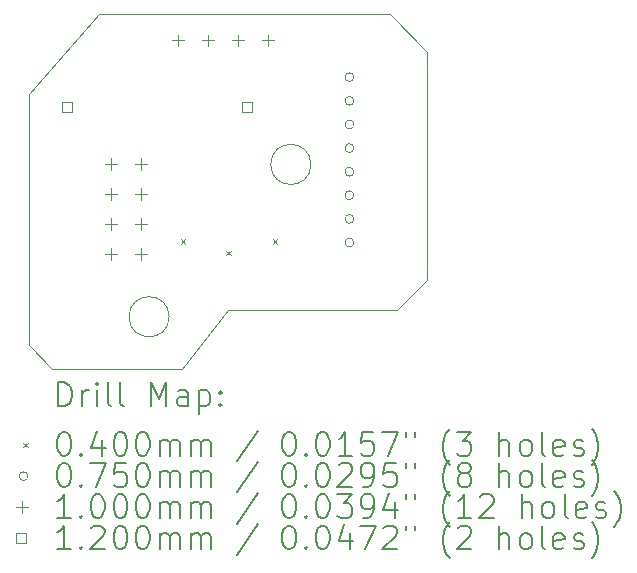
<source format=gbr>
%TF.GenerationSoftware,KiCad,Pcbnew,(6.0.7)*%
%TF.CreationDate,2022-11-20T15:50:45-05:00*%
%TF.ProjectId,CANBurner,43414e42-7572-46e6-9572-2e6b69636164,2.0*%
%TF.SameCoordinates,Original*%
%TF.FileFunction,Drillmap*%
%TF.FilePolarity,Positive*%
%FSLAX45Y45*%
G04 Gerber Fmt 4.5, Leading zero omitted, Abs format (unit mm)*
G04 Created by KiCad (PCBNEW (6.0.7)) date 2022-11-20 15:50:45*
%MOMM*%
%LPD*%
G01*
G04 APERTURE LIST*
%ADD10C,0.100000*%
%ADD11C,0.200000*%
%ADD12C,0.040000*%
%ADD13C,0.075000*%
%ADD14C,0.120000*%
G04 APERTURE END LIST*
D10*
X9497500Y-2013000D02*
X9812000Y-2327500D01*
X7627500Y-4573000D02*
G75*
G03*
X7627500Y-4573000I-170000J0D01*
G01*
X9812000Y-2327500D02*
X9812500Y-4258000D01*
X6637500Y-5013000D02*
X7737500Y-5013000D01*
X9812500Y-4258000D02*
X9557500Y-4513000D01*
X8827500Y-3283000D02*
G75*
G03*
X8827500Y-3283000I-170000J0D01*
G01*
X9557500Y-4513000D02*
X8127500Y-4513000D01*
X6437500Y-4813000D02*
X6437500Y-2683000D01*
X6437500Y-2683000D02*
X7037500Y-2013000D01*
X6637500Y-5013000D02*
X6437500Y-4813000D01*
X7037500Y-2013000D02*
X9497500Y-2013000D01*
X8127500Y-4513000D02*
X7737500Y-5013000D01*
D11*
D12*
X7725997Y-3917000D02*
X7765997Y-3957000D01*
X7765997Y-3917000D02*
X7725997Y-3957000D01*
X8108000Y-4011980D02*
X8148000Y-4051980D01*
X8148000Y-4011980D02*
X8108000Y-4051980D01*
X8505000Y-3915500D02*
X8545000Y-3955500D01*
X8545000Y-3915500D02*
X8505000Y-3955500D01*
D13*
X9191500Y-2544500D02*
G75*
G03*
X9191500Y-2544500I-37500J0D01*
G01*
X9191500Y-2744500D02*
G75*
G03*
X9191500Y-2744500I-37500J0D01*
G01*
X9191500Y-2944500D02*
G75*
G03*
X9191500Y-2944500I-37500J0D01*
G01*
X9191500Y-3144500D02*
G75*
G03*
X9191500Y-3144500I-37500J0D01*
G01*
X9191500Y-3344500D02*
G75*
G03*
X9191500Y-3344500I-37500J0D01*
G01*
X9191500Y-3544500D02*
G75*
G03*
X9191500Y-3544500I-37500J0D01*
G01*
X9191500Y-3744500D02*
G75*
G03*
X9191500Y-3744500I-37500J0D01*
G01*
X9191500Y-3944500D02*
G75*
G03*
X9191500Y-3944500I-37500J0D01*
G01*
D10*
X7134131Y-3232503D02*
X7134131Y-3332503D01*
X7084131Y-3282503D02*
X7184131Y-3282503D01*
X7134131Y-3486503D02*
X7134131Y-3586503D01*
X7084131Y-3536503D02*
X7184131Y-3536503D01*
X7134131Y-3740503D02*
X7134131Y-3840503D01*
X7084131Y-3790503D02*
X7184131Y-3790503D01*
X7134131Y-3994503D02*
X7134131Y-4094503D01*
X7084131Y-4044503D02*
X7184131Y-4044503D01*
X7388131Y-3232503D02*
X7388131Y-3332503D01*
X7338131Y-3282503D02*
X7438131Y-3282503D01*
X7388131Y-3486503D02*
X7388131Y-3586503D01*
X7338131Y-3536503D02*
X7438131Y-3536503D01*
X7388131Y-3740503D02*
X7388131Y-3840503D01*
X7338131Y-3790503D02*
X7438131Y-3790503D01*
X7388131Y-3994503D02*
X7388131Y-4094503D01*
X7338131Y-4044503D02*
X7438131Y-4044503D01*
X7699947Y-2183041D02*
X7699947Y-2283041D01*
X7649947Y-2233041D02*
X7749947Y-2233041D01*
X7953947Y-2183041D02*
X7953947Y-2283041D01*
X7903947Y-2233041D02*
X8003947Y-2233041D01*
X8207947Y-2183041D02*
X8207947Y-2283041D01*
X8157947Y-2233041D02*
X8257947Y-2233041D01*
X8461947Y-2183041D02*
X8461947Y-2283041D01*
X8411947Y-2233041D02*
X8511947Y-2233041D01*
D14*
X6803427Y-2836427D02*
X6803427Y-2751573D01*
X6718573Y-2751573D01*
X6718573Y-2836427D01*
X6803427Y-2836427D01*
X8327427Y-2836427D02*
X8327427Y-2751573D01*
X8242573Y-2751573D01*
X8242573Y-2836427D01*
X8327427Y-2836427D01*
D11*
X6690119Y-5328476D02*
X6690119Y-5128476D01*
X6737738Y-5128476D01*
X6766309Y-5138000D01*
X6785357Y-5157048D01*
X6794881Y-5176095D01*
X6804405Y-5214190D01*
X6804405Y-5242762D01*
X6794881Y-5280857D01*
X6785357Y-5299905D01*
X6766309Y-5318952D01*
X6737738Y-5328476D01*
X6690119Y-5328476D01*
X6890119Y-5328476D02*
X6890119Y-5195143D01*
X6890119Y-5233238D02*
X6899643Y-5214190D01*
X6909167Y-5204667D01*
X6928214Y-5195143D01*
X6947262Y-5195143D01*
X7013928Y-5328476D02*
X7013928Y-5195143D01*
X7013928Y-5128476D02*
X7004405Y-5138000D01*
X7013928Y-5147524D01*
X7023452Y-5138000D01*
X7013928Y-5128476D01*
X7013928Y-5147524D01*
X7137738Y-5328476D02*
X7118690Y-5318952D01*
X7109167Y-5299905D01*
X7109167Y-5128476D01*
X7242500Y-5328476D02*
X7223452Y-5318952D01*
X7213928Y-5299905D01*
X7213928Y-5128476D01*
X7471071Y-5328476D02*
X7471071Y-5128476D01*
X7537738Y-5271333D01*
X7604405Y-5128476D01*
X7604405Y-5328476D01*
X7785357Y-5328476D02*
X7785357Y-5223714D01*
X7775833Y-5204667D01*
X7756786Y-5195143D01*
X7718690Y-5195143D01*
X7699643Y-5204667D01*
X7785357Y-5318952D02*
X7766309Y-5328476D01*
X7718690Y-5328476D01*
X7699643Y-5318952D01*
X7690119Y-5299905D01*
X7690119Y-5280857D01*
X7699643Y-5261810D01*
X7718690Y-5252286D01*
X7766309Y-5252286D01*
X7785357Y-5242762D01*
X7880595Y-5195143D02*
X7880595Y-5395143D01*
X7880595Y-5204667D02*
X7899643Y-5195143D01*
X7937738Y-5195143D01*
X7956786Y-5204667D01*
X7966309Y-5214190D01*
X7975833Y-5233238D01*
X7975833Y-5290381D01*
X7966309Y-5309429D01*
X7956786Y-5318952D01*
X7937738Y-5328476D01*
X7899643Y-5328476D01*
X7880595Y-5318952D01*
X8061548Y-5309429D02*
X8071071Y-5318952D01*
X8061548Y-5328476D01*
X8052024Y-5318952D01*
X8061548Y-5309429D01*
X8061548Y-5328476D01*
X8061548Y-5204667D02*
X8071071Y-5214190D01*
X8061548Y-5223714D01*
X8052024Y-5214190D01*
X8061548Y-5204667D01*
X8061548Y-5223714D01*
D12*
X6392500Y-5638000D02*
X6432500Y-5678000D01*
X6432500Y-5638000D02*
X6392500Y-5678000D01*
D11*
X6728214Y-5548476D02*
X6747262Y-5548476D01*
X6766309Y-5558000D01*
X6775833Y-5567524D01*
X6785357Y-5586571D01*
X6794881Y-5624667D01*
X6794881Y-5672286D01*
X6785357Y-5710381D01*
X6775833Y-5729428D01*
X6766309Y-5738952D01*
X6747262Y-5748476D01*
X6728214Y-5748476D01*
X6709167Y-5738952D01*
X6699643Y-5729428D01*
X6690119Y-5710381D01*
X6680595Y-5672286D01*
X6680595Y-5624667D01*
X6690119Y-5586571D01*
X6699643Y-5567524D01*
X6709167Y-5558000D01*
X6728214Y-5548476D01*
X6880595Y-5729428D02*
X6890119Y-5738952D01*
X6880595Y-5748476D01*
X6871071Y-5738952D01*
X6880595Y-5729428D01*
X6880595Y-5748476D01*
X7061548Y-5615143D02*
X7061548Y-5748476D01*
X7013928Y-5538952D02*
X6966309Y-5681809D01*
X7090119Y-5681809D01*
X7204405Y-5548476D02*
X7223452Y-5548476D01*
X7242500Y-5558000D01*
X7252024Y-5567524D01*
X7261548Y-5586571D01*
X7271071Y-5624667D01*
X7271071Y-5672286D01*
X7261548Y-5710381D01*
X7252024Y-5729428D01*
X7242500Y-5738952D01*
X7223452Y-5748476D01*
X7204405Y-5748476D01*
X7185357Y-5738952D01*
X7175833Y-5729428D01*
X7166309Y-5710381D01*
X7156786Y-5672286D01*
X7156786Y-5624667D01*
X7166309Y-5586571D01*
X7175833Y-5567524D01*
X7185357Y-5558000D01*
X7204405Y-5548476D01*
X7394881Y-5548476D02*
X7413928Y-5548476D01*
X7432976Y-5558000D01*
X7442500Y-5567524D01*
X7452024Y-5586571D01*
X7461548Y-5624667D01*
X7461548Y-5672286D01*
X7452024Y-5710381D01*
X7442500Y-5729428D01*
X7432976Y-5738952D01*
X7413928Y-5748476D01*
X7394881Y-5748476D01*
X7375833Y-5738952D01*
X7366309Y-5729428D01*
X7356786Y-5710381D01*
X7347262Y-5672286D01*
X7347262Y-5624667D01*
X7356786Y-5586571D01*
X7366309Y-5567524D01*
X7375833Y-5558000D01*
X7394881Y-5548476D01*
X7547262Y-5748476D02*
X7547262Y-5615143D01*
X7547262Y-5634190D02*
X7556786Y-5624667D01*
X7575833Y-5615143D01*
X7604405Y-5615143D01*
X7623452Y-5624667D01*
X7632976Y-5643714D01*
X7632976Y-5748476D01*
X7632976Y-5643714D02*
X7642500Y-5624667D01*
X7661548Y-5615143D01*
X7690119Y-5615143D01*
X7709167Y-5624667D01*
X7718690Y-5643714D01*
X7718690Y-5748476D01*
X7813928Y-5748476D02*
X7813928Y-5615143D01*
X7813928Y-5634190D02*
X7823452Y-5624667D01*
X7842500Y-5615143D01*
X7871071Y-5615143D01*
X7890119Y-5624667D01*
X7899643Y-5643714D01*
X7899643Y-5748476D01*
X7899643Y-5643714D02*
X7909167Y-5624667D01*
X7928214Y-5615143D01*
X7956786Y-5615143D01*
X7975833Y-5624667D01*
X7985357Y-5643714D01*
X7985357Y-5748476D01*
X8375833Y-5538952D02*
X8204405Y-5796095D01*
X8632976Y-5548476D02*
X8652024Y-5548476D01*
X8671071Y-5558000D01*
X8680595Y-5567524D01*
X8690119Y-5586571D01*
X8699643Y-5624667D01*
X8699643Y-5672286D01*
X8690119Y-5710381D01*
X8680595Y-5729428D01*
X8671071Y-5738952D01*
X8652024Y-5748476D01*
X8632976Y-5748476D01*
X8613929Y-5738952D01*
X8604405Y-5729428D01*
X8594881Y-5710381D01*
X8585357Y-5672286D01*
X8585357Y-5624667D01*
X8594881Y-5586571D01*
X8604405Y-5567524D01*
X8613929Y-5558000D01*
X8632976Y-5548476D01*
X8785357Y-5729428D02*
X8794881Y-5738952D01*
X8785357Y-5748476D01*
X8775833Y-5738952D01*
X8785357Y-5729428D01*
X8785357Y-5748476D01*
X8918690Y-5548476D02*
X8937738Y-5548476D01*
X8956786Y-5558000D01*
X8966310Y-5567524D01*
X8975833Y-5586571D01*
X8985357Y-5624667D01*
X8985357Y-5672286D01*
X8975833Y-5710381D01*
X8966310Y-5729428D01*
X8956786Y-5738952D01*
X8937738Y-5748476D01*
X8918690Y-5748476D01*
X8899643Y-5738952D01*
X8890119Y-5729428D01*
X8880595Y-5710381D01*
X8871071Y-5672286D01*
X8871071Y-5624667D01*
X8880595Y-5586571D01*
X8890119Y-5567524D01*
X8899643Y-5558000D01*
X8918690Y-5548476D01*
X9175833Y-5748476D02*
X9061548Y-5748476D01*
X9118690Y-5748476D02*
X9118690Y-5548476D01*
X9099643Y-5577048D01*
X9080595Y-5596095D01*
X9061548Y-5605619D01*
X9356786Y-5548476D02*
X9261548Y-5548476D01*
X9252024Y-5643714D01*
X9261548Y-5634190D01*
X9280595Y-5624667D01*
X9328214Y-5624667D01*
X9347262Y-5634190D01*
X9356786Y-5643714D01*
X9366310Y-5662762D01*
X9366310Y-5710381D01*
X9356786Y-5729428D01*
X9347262Y-5738952D01*
X9328214Y-5748476D01*
X9280595Y-5748476D01*
X9261548Y-5738952D01*
X9252024Y-5729428D01*
X9432976Y-5548476D02*
X9566310Y-5548476D01*
X9480595Y-5748476D01*
X9632976Y-5548476D02*
X9632976Y-5586571D01*
X9709167Y-5548476D02*
X9709167Y-5586571D01*
X10004405Y-5824667D02*
X9994881Y-5815143D01*
X9975833Y-5786571D01*
X9966310Y-5767524D01*
X9956786Y-5738952D01*
X9947262Y-5691333D01*
X9947262Y-5653238D01*
X9956786Y-5605619D01*
X9966310Y-5577048D01*
X9975833Y-5558000D01*
X9994881Y-5529429D01*
X10004405Y-5519905D01*
X10061548Y-5548476D02*
X10185357Y-5548476D01*
X10118690Y-5624667D01*
X10147262Y-5624667D01*
X10166310Y-5634190D01*
X10175833Y-5643714D01*
X10185357Y-5662762D01*
X10185357Y-5710381D01*
X10175833Y-5729428D01*
X10166310Y-5738952D01*
X10147262Y-5748476D01*
X10090119Y-5748476D01*
X10071071Y-5738952D01*
X10061548Y-5729428D01*
X10423452Y-5748476D02*
X10423452Y-5548476D01*
X10509167Y-5748476D02*
X10509167Y-5643714D01*
X10499643Y-5624667D01*
X10480595Y-5615143D01*
X10452024Y-5615143D01*
X10432976Y-5624667D01*
X10423452Y-5634190D01*
X10632976Y-5748476D02*
X10613929Y-5738952D01*
X10604405Y-5729428D01*
X10594881Y-5710381D01*
X10594881Y-5653238D01*
X10604405Y-5634190D01*
X10613929Y-5624667D01*
X10632976Y-5615143D01*
X10661548Y-5615143D01*
X10680595Y-5624667D01*
X10690119Y-5634190D01*
X10699643Y-5653238D01*
X10699643Y-5710381D01*
X10690119Y-5729428D01*
X10680595Y-5738952D01*
X10661548Y-5748476D01*
X10632976Y-5748476D01*
X10813929Y-5748476D02*
X10794881Y-5738952D01*
X10785357Y-5719905D01*
X10785357Y-5548476D01*
X10966310Y-5738952D02*
X10947262Y-5748476D01*
X10909167Y-5748476D01*
X10890119Y-5738952D01*
X10880595Y-5719905D01*
X10880595Y-5643714D01*
X10890119Y-5624667D01*
X10909167Y-5615143D01*
X10947262Y-5615143D01*
X10966310Y-5624667D01*
X10975833Y-5643714D01*
X10975833Y-5662762D01*
X10880595Y-5681809D01*
X11052024Y-5738952D02*
X11071071Y-5748476D01*
X11109167Y-5748476D01*
X11128214Y-5738952D01*
X11137738Y-5719905D01*
X11137738Y-5710381D01*
X11128214Y-5691333D01*
X11109167Y-5681809D01*
X11080595Y-5681809D01*
X11061548Y-5672286D01*
X11052024Y-5653238D01*
X11052024Y-5643714D01*
X11061548Y-5624667D01*
X11080595Y-5615143D01*
X11109167Y-5615143D01*
X11128214Y-5624667D01*
X11204405Y-5824667D02*
X11213928Y-5815143D01*
X11232976Y-5786571D01*
X11242500Y-5767524D01*
X11252024Y-5738952D01*
X11261548Y-5691333D01*
X11261548Y-5653238D01*
X11252024Y-5605619D01*
X11242500Y-5577048D01*
X11232976Y-5558000D01*
X11213928Y-5529429D01*
X11204405Y-5519905D01*
D13*
X6432500Y-5922000D02*
G75*
G03*
X6432500Y-5922000I-37500J0D01*
G01*
D11*
X6728214Y-5812476D02*
X6747262Y-5812476D01*
X6766309Y-5822000D01*
X6775833Y-5831524D01*
X6785357Y-5850571D01*
X6794881Y-5888667D01*
X6794881Y-5936286D01*
X6785357Y-5974381D01*
X6775833Y-5993428D01*
X6766309Y-6002952D01*
X6747262Y-6012476D01*
X6728214Y-6012476D01*
X6709167Y-6002952D01*
X6699643Y-5993428D01*
X6690119Y-5974381D01*
X6680595Y-5936286D01*
X6680595Y-5888667D01*
X6690119Y-5850571D01*
X6699643Y-5831524D01*
X6709167Y-5822000D01*
X6728214Y-5812476D01*
X6880595Y-5993428D02*
X6890119Y-6002952D01*
X6880595Y-6012476D01*
X6871071Y-6002952D01*
X6880595Y-5993428D01*
X6880595Y-6012476D01*
X6956786Y-5812476D02*
X7090119Y-5812476D01*
X7004405Y-6012476D01*
X7261548Y-5812476D02*
X7166309Y-5812476D01*
X7156786Y-5907714D01*
X7166309Y-5898190D01*
X7185357Y-5888667D01*
X7232976Y-5888667D01*
X7252024Y-5898190D01*
X7261548Y-5907714D01*
X7271071Y-5926762D01*
X7271071Y-5974381D01*
X7261548Y-5993428D01*
X7252024Y-6002952D01*
X7232976Y-6012476D01*
X7185357Y-6012476D01*
X7166309Y-6002952D01*
X7156786Y-5993428D01*
X7394881Y-5812476D02*
X7413928Y-5812476D01*
X7432976Y-5822000D01*
X7442500Y-5831524D01*
X7452024Y-5850571D01*
X7461548Y-5888667D01*
X7461548Y-5936286D01*
X7452024Y-5974381D01*
X7442500Y-5993428D01*
X7432976Y-6002952D01*
X7413928Y-6012476D01*
X7394881Y-6012476D01*
X7375833Y-6002952D01*
X7366309Y-5993428D01*
X7356786Y-5974381D01*
X7347262Y-5936286D01*
X7347262Y-5888667D01*
X7356786Y-5850571D01*
X7366309Y-5831524D01*
X7375833Y-5822000D01*
X7394881Y-5812476D01*
X7547262Y-6012476D02*
X7547262Y-5879143D01*
X7547262Y-5898190D02*
X7556786Y-5888667D01*
X7575833Y-5879143D01*
X7604405Y-5879143D01*
X7623452Y-5888667D01*
X7632976Y-5907714D01*
X7632976Y-6012476D01*
X7632976Y-5907714D02*
X7642500Y-5888667D01*
X7661548Y-5879143D01*
X7690119Y-5879143D01*
X7709167Y-5888667D01*
X7718690Y-5907714D01*
X7718690Y-6012476D01*
X7813928Y-6012476D02*
X7813928Y-5879143D01*
X7813928Y-5898190D02*
X7823452Y-5888667D01*
X7842500Y-5879143D01*
X7871071Y-5879143D01*
X7890119Y-5888667D01*
X7899643Y-5907714D01*
X7899643Y-6012476D01*
X7899643Y-5907714D02*
X7909167Y-5888667D01*
X7928214Y-5879143D01*
X7956786Y-5879143D01*
X7975833Y-5888667D01*
X7985357Y-5907714D01*
X7985357Y-6012476D01*
X8375833Y-5802952D02*
X8204405Y-6060095D01*
X8632976Y-5812476D02*
X8652024Y-5812476D01*
X8671071Y-5822000D01*
X8680595Y-5831524D01*
X8690119Y-5850571D01*
X8699643Y-5888667D01*
X8699643Y-5936286D01*
X8690119Y-5974381D01*
X8680595Y-5993428D01*
X8671071Y-6002952D01*
X8652024Y-6012476D01*
X8632976Y-6012476D01*
X8613929Y-6002952D01*
X8604405Y-5993428D01*
X8594881Y-5974381D01*
X8585357Y-5936286D01*
X8585357Y-5888667D01*
X8594881Y-5850571D01*
X8604405Y-5831524D01*
X8613929Y-5822000D01*
X8632976Y-5812476D01*
X8785357Y-5993428D02*
X8794881Y-6002952D01*
X8785357Y-6012476D01*
X8775833Y-6002952D01*
X8785357Y-5993428D01*
X8785357Y-6012476D01*
X8918690Y-5812476D02*
X8937738Y-5812476D01*
X8956786Y-5822000D01*
X8966310Y-5831524D01*
X8975833Y-5850571D01*
X8985357Y-5888667D01*
X8985357Y-5936286D01*
X8975833Y-5974381D01*
X8966310Y-5993428D01*
X8956786Y-6002952D01*
X8937738Y-6012476D01*
X8918690Y-6012476D01*
X8899643Y-6002952D01*
X8890119Y-5993428D01*
X8880595Y-5974381D01*
X8871071Y-5936286D01*
X8871071Y-5888667D01*
X8880595Y-5850571D01*
X8890119Y-5831524D01*
X8899643Y-5822000D01*
X8918690Y-5812476D01*
X9061548Y-5831524D02*
X9071071Y-5822000D01*
X9090119Y-5812476D01*
X9137738Y-5812476D01*
X9156786Y-5822000D01*
X9166310Y-5831524D01*
X9175833Y-5850571D01*
X9175833Y-5869619D01*
X9166310Y-5898190D01*
X9052024Y-6012476D01*
X9175833Y-6012476D01*
X9271071Y-6012476D02*
X9309167Y-6012476D01*
X9328214Y-6002952D01*
X9337738Y-5993428D01*
X9356786Y-5964857D01*
X9366310Y-5926762D01*
X9366310Y-5850571D01*
X9356786Y-5831524D01*
X9347262Y-5822000D01*
X9328214Y-5812476D01*
X9290119Y-5812476D01*
X9271071Y-5822000D01*
X9261548Y-5831524D01*
X9252024Y-5850571D01*
X9252024Y-5898190D01*
X9261548Y-5917238D01*
X9271071Y-5926762D01*
X9290119Y-5936286D01*
X9328214Y-5936286D01*
X9347262Y-5926762D01*
X9356786Y-5917238D01*
X9366310Y-5898190D01*
X9547262Y-5812476D02*
X9452024Y-5812476D01*
X9442500Y-5907714D01*
X9452024Y-5898190D01*
X9471071Y-5888667D01*
X9518690Y-5888667D01*
X9537738Y-5898190D01*
X9547262Y-5907714D01*
X9556786Y-5926762D01*
X9556786Y-5974381D01*
X9547262Y-5993428D01*
X9537738Y-6002952D01*
X9518690Y-6012476D01*
X9471071Y-6012476D01*
X9452024Y-6002952D01*
X9442500Y-5993428D01*
X9632976Y-5812476D02*
X9632976Y-5850571D01*
X9709167Y-5812476D02*
X9709167Y-5850571D01*
X10004405Y-6088667D02*
X9994881Y-6079143D01*
X9975833Y-6050571D01*
X9966310Y-6031524D01*
X9956786Y-6002952D01*
X9947262Y-5955333D01*
X9947262Y-5917238D01*
X9956786Y-5869619D01*
X9966310Y-5841048D01*
X9975833Y-5822000D01*
X9994881Y-5793428D01*
X10004405Y-5783905D01*
X10109167Y-5898190D02*
X10090119Y-5888667D01*
X10080595Y-5879143D01*
X10071071Y-5860095D01*
X10071071Y-5850571D01*
X10080595Y-5831524D01*
X10090119Y-5822000D01*
X10109167Y-5812476D01*
X10147262Y-5812476D01*
X10166310Y-5822000D01*
X10175833Y-5831524D01*
X10185357Y-5850571D01*
X10185357Y-5860095D01*
X10175833Y-5879143D01*
X10166310Y-5888667D01*
X10147262Y-5898190D01*
X10109167Y-5898190D01*
X10090119Y-5907714D01*
X10080595Y-5917238D01*
X10071071Y-5936286D01*
X10071071Y-5974381D01*
X10080595Y-5993428D01*
X10090119Y-6002952D01*
X10109167Y-6012476D01*
X10147262Y-6012476D01*
X10166310Y-6002952D01*
X10175833Y-5993428D01*
X10185357Y-5974381D01*
X10185357Y-5936286D01*
X10175833Y-5917238D01*
X10166310Y-5907714D01*
X10147262Y-5898190D01*
X10423452Y-6012476D02*
X10423452Y-5812476D01*
X10509167Y-6012476D02*
X10509167Y-5907714D01*
X10499643Y-5888667D01*
X10480595Y-5879143D01*
X10452024Y-5879143D01*
X10432976Y-5888667D01*
X10423452Y-5898190D01*
X10632976Y-6012476D02*
X10613929Y-6002952D01*
X10604405Y-5993428D01*
X10594881Y-5974381D01*
X10594881Y-5917238D01*
X10604405Y-5898190D01*
X10613929Y-5888667D01*
X10632976Y-5879143D01*
X10661548Y-5879143D01*
X10680595Y-5888667D01*
X10690119Y-5898190D01*
X10699643Y-5917238D01*
X10699643Y-5974381D01*
X10690119Y-5993428D01*
X10680595Y-6002952D01*
X10661548Y-6012476D01*
X10632976Y-6012476D01*
X10813929Y-6012476D02*
X10794881Y-6002952D01*
X10785357Y-5983905D01*
X10785357Y-5812476D01*
X10966310Y-6002952D02*
X10947262Y-6012476D01*
X10909167Y-6012476D01*
X10890119Y-6002952D01*
X10880595Y-5983905D01*
X10880595Y-5907714D01*
X10890119Y-5888667D01*
X10909167Y-5879143D01*
X10947262Y-5879143D01*
X10966310Y-5888667D01*
X10975833Y-5907714D01*
X10975833Y-5926762D01*
X10880595Y-5945809D01*
X11052024Y-6002952D02*
X11071071Y-6012476D01*
X11109167Y-6012476D01*
X11128214Y-6002952D01*
X11137738Y-5983905D01*
X11137738Y-5974381D01*
X11128214Y-5955333D01*
X11109167Y-5945809D01*
X11080595Y-5945809D01*
X11061548Y-5936286D01*
X11052024Y-5917238D01*
X11052024Y-5907714D01*
X11061548Y-5888667D01*
X11080595Y-5879143D01*
X11109167Y-5879143D01*
X11128214Y-5888667D01*
X11204405Y-6088667D02*
X11213928Y-6079143D01*
X11232976Y-6050571D01*
X11242500Y-6031524D01*
X11252024Y-6002952D01*
X11261548Y-5955333D01*
X11261548Y-5917238D01*
X11252024Y-5869619D01*
X11242500Y-5841048D01*
X11232976Y-5822000D01*
X11213928Y-5793428D01*
X11204405Y-5783905D01*
D10*
X6382500Y-6136000D02*
X6382500Y-6236000D01*
X6332500Y-6186000D02*
X6432500Y-6186000D01*
D11*
X6794881Y-6276476D02*
X6680595Y-6276476D01*
X6737738Y-6276476D02*
X6737738Y-6076476D01*
X6718690Y-6105048D01*
X6699643Y-6124095D01*
X6680595Y-6133619D01*
X6880595Y-6257428D02*
X6890119Y-6266952D01*
X6880595Y-6276476D01*
X6871071Y-6266952D01*
X6880595Y-6257428D01*
X6880595Y-6276476D01*
X7013928Y-6076476D02*
X7032976Y-6076476D01*
X7052024Y-6086000D01*
X7061548Y-6095524D01*
X7071071Y-6114571D01*
X7080595Y-6152667D01*
X7080595Y-6200286D01*
X7071071Y-6238381D01*
X7061548Y-6257428D01*
X7052024Y-6266952D01*
X7032976Y-6276476D01*
X7013928Y-6276476D01*
X6994881Y-6266952D01*
X6985357Y-6257428D01*
X6975833Y-6238381D01*
X6966309Y-6200286D01*
X6966309Y-6152667D01*
X6975833Y-6114571D01*
X6985357Y-6095524D01*
X6994881Y-6086000D01*
X7013928Y-6076476D01*
X7204405Y-6076476D02*
X7223452Y-6076476D01*
X7242500Y-6086000D01*
X7252024Y-6095524D01*
X7261548Y-6114571D01*
X7271071Y-6152667D01*
X7271071Y-6200286D01*
X7261548Y-6238381D01*
X7252024Y-6257428D01*
X7242500Y-6266952D01*
X7223452Y-6276476D01*
X7204405Y-6276476D01*
X7185357Y-6266952D01*
X7175833Y-6257428D01*
X7166309Y-6238381D01*
X7156786Y-6200286D01*
X7156786Y-6152667D01*
X7166309Y-6114571D01*
X7175833Y-6095524D01*
X7185357Y-6086000D01*
X7204405Y-6076476D01*
X7394881Y-6076476D02*
X7413928Y-6076476D01*
X7432976Y-6086000D01*
X7442500Y-6095524D01*
X7452024Y-6114571D01*
X7461548Y-6152667D01*
X7461548Y-6200286D01*
X7452024Y-6238381D01*
X7442500Y-6257428D01*
X7432976Y-6266952D01*
X7413928Y-6276476D01*
X7394881Y-6276476D01*
X7375833Y-6266952D01*
X7366309Y-6257428D01*
X7356786Y-6238381D01*
X7347262Y-6200286D01*
X7347262Y-6152667D01*
X7356786Y-6114571D01*
X7366309Y-6095524D01*
X7375833Y-6086000D01*
X7394881Y-6076476D01*
X7547262Y-6276476D02*
X7547262Y-6143143D01*
X7547262Y-6162190D02*
X7556786Y-6152667D01*
X7575833Y-6143143D01*
X7604405Y-6143143D01*
X7623452Y-6152667D01*
X7632976Y-6171714D01*
X7632976Y-6276476D01*
X7632976Y-6171714D02*
X7642500Y-6152667D01*
X7661548Y-6143143D01*
X7690119Y-6143143D01*
X7709167Y-6152667D01*
X7718690Y-6171714D01*
X7718690Y-6276476D01*
X7813928Y-6276476D02*
X7813928Y-6143143D01*
X7813928Y-6162190D02*
X7823452Y-6152667D01*
X7842500Y-6143143D01*
X7871071Y-6143143D01*
X7890119Y-6152667D01*
X7899643Y-6171714D01*
X7899643Y-6276476D01*
X7899643Y-6171714D02*
X7909167Y-6152667D01*
X7928214Y-6143143D01*
X7956786Y-6143143D01*
X7975833Y-6152667D01*
X7985357Y-6171714D01*
X7985357Y-6276476D01*
X8375833Y-6066952D02*
X8204405Y-6324095D01*
X8632976Y-6076476D02*
X8652024Y-6076476D01*
X8671071Y-6086000D01*
X8680595Y-6095524D01*
X8690119Y-6114571D01*
X8699643Y-6152667D01*
X8699643Y-6200286D01*
X8690119Y-6238381D01*
X8680595Y-6257428D01*
X8671071Y-6266952D01*
X8652024Y-6276476D01*
X8632976Y-6276476D01*
X8613929Y-6266952D01*
X8604405Y-6257428D01*
X8594881Y-6238381D01*
X8585357Y-6200286D01*
X8585357Y-6152667D01*
X8594881Y-6114571D01*
X8604405Y-6095524D01*
X8613929Y-6086000D01*
X8632976Y-6076476D01*
X8785357Y-6257428D02*
X8794881Y-6266952D01*
X8785357Y-6276476D01*
X8775833Y-6266952D01*
X8785357Y-6257428D01*
X8785357Y-6276476D01*
X8918690Y-6076476D02*
X8937738Y-6076476D01*
X8956786Y-6086000D01*
X8966310Y-6095524D01*
X8975833Y-6114571D01*
X8985357Y-6152667D01*
X8985357Y-6200286D01*
X8975833Y-6238381D01*
X8966310Y-6257428D01*
X8956786Y-6266952D01*
X8937738Y-6276476D01*
X8918690Y-6276476D01*
X8899643Y-6266952D01*
X8890119Y-6257428D01*
X8880595Y-6238381D01*
X8871071Y-6200286D01*
X8871071Y-6152667D01*
X8880595Y-6114571D01*
X8890119Y-6095524D01*
X8899643Y-6086000D01*
X8918690Y-6076476D01*
X9052024Y-6076476D02*
X9175833Y-6076476D01*
X9109167Y-6152667D01*
X9137738Y-6152667D01*
X9156786Y-6162190D01*
X9166310Y-6171714D01*
X9175833Y-6190762D01*
X9175833Y-6238381D01*
X9166310Y-6257428D01*
X9156786Y-6266952D01*
X9137738Y-6276476D01*
X9080595Y-6276476D01*
X9061548Y-6266952D01*
X9052024Y-6257428D01*
X9271071Y-6276476D02*
X9309167Y-6276476D01*
X9328214Y-6266952D01*
X9337738Y-6257428D01*
X9356786Y-6228857D01*
X9366310Y-6190762D01*
X9366310Y-6114571D01*
X9356786Y-6095524D01*
X9347262Y-6086000D01*
X9328214Y-6076476D01*
X9290119Y-6076476D01*
X9271071Y-6086000D01*
X9261548Y-6095524D01*
X9252024Y-6114571D01*
X9252024Y-6162190D01*
X9261548Y-6181238D01*
X9271071Y-6190762D01*
X9290119Y-6200286D01*
X9328214Y-6200286D01*
X9347262Y-6190762D01*
X9356786Y-6181238D01*
X9366310Y-6162190D01*
X9537738Y-6143143D02*
X9537738Y-6276476D01*
X9490119Y-6066952D02*
X9442500Y-6209809D01*
X9566310Y-6209809D01*
X9632976Y-6076476D02*
X9632976Y-6114571D01*
X9709167Y-6076476D02*
X9709167Y-6114571D01*
X10004405Y-6352667D02*
X9994881Y-6343143D01*
X9975833Y-6314571D01*
X9966310Y-6295524D01*
X9956786Y-6266952D01*
X9947262Y-6219333D01*
X9947262Y-6181238D01*
X9956786Y-6133619D01*
X9966310Y-6105048D01*
X9975833Y-6086000D01*
X9994881Y-6057428D01*
X10004405Y-6047905D01*
X10185357Y-6276476D02*
X10071071Y-6276476D01*
X10128214Y-6276476D02*
X10128214Y-6076476D01*
X10109167Y-6105048D01*
X10090119Y-6124095D01*
X10071071Y-6133619D01*
X10261548Y-6095524D02*
X10271071Y-6086000D01*
X10290119Y-6076476D01*
X10337738Y-6076476D01*
X10356786Y-6086000D01*
X10366310Y-6095524D01*
X10375833Y-6114571D01*
X10375833Y-6133619D01*
X10366310Y-6162190D01*
X10252024Y-6276476D01*
X10375833Y-6276476D01*
X10613929Y-6276476D02*
X10613929Y-6076476D01*
X10699643Y-6276476D02*
X10699643Y-6171714D01*
X10690119Y-6152667D01*
X10671071Y-6143143D01*
X10642500Y-6143143D01*
X10623452Y-6152667D01*
X10613929Y-6162190D01*
X10823452Y-6276476D02*
X10804405Y-6266952D01*
X10794881Y-6257428D01*
X10785357Y-6238381D01*
X10785357Y-6181238D01*
X10794881Y-6162190D01*
X10804405Y-6152667D01*
X10823452Y-6143143D01*
X10852024Y-6143143D01*
X10871071Y-6152667D01*
X10880595Y-6162190D01*
X10890119Y-6181238D01*
X10890119Y-6238381D01*
X10880595Y-6257428D01*
X10871071Y-6266952D01*
X10852024Y-6276476D01*
X10823452Y-6276476D01*
X11004405Y-6276476D02*
X10985357Y-6266952D01*
X10975833Y-6247905D01*
X10975833Y-6076476D01*
X11156786Y-6266952D02*
X11137738Y-6276476D01*
X11099643Y-6276476D01*
X11080595Y-6266952D01*
X11071071Y-6247905D01*
X11071071Y-6171714D01*
X11080595Y-6152667D01*
X11099643Y-6143143D01*
X11137738Y-6143143D01*
X11156786Y-6152667D01*
X11166310Y-6171714D01*
X11166310Y-6190762D01*
X11071071Y-6209809D01*
X11242500Y-6266952D02*
X11261548Y-6276476D01*
X11299643Y-6276476D01*
X11318690Y-6266952D01*
X11328214Y-6247905D01*
X11328214Y-6238381D01*
X11318690Y-6219333D01*
X11299643Y-6209809D01*
X11271071Y-6209809D01*
X11252024Y-6200286D01*
X11242500Y-6181238D01*
X11242500Y-6171714D01*
X11252024Y-6152667D01*
X11271071Y-6143143D01*
X11299643Y-6143143D01*
X11318690Y-6152667D01*
X11394881Y-6352667D02*
X11404405Y-6343143D01*
X11423452Y-6314571D01*
X11432976Y-6295524D01*
X11442500Y-6266952D01*
X11452024Y-6219333D01*
X11452024Y-6181238D01*
X11442500Y-6133619D01*
X11432976Y-6105048D01*
X11423452Y-6086000D01*
X11404405Y-6057428D01*
X11394881Y-6047905D01*
D14*
X6414927Y-6492427D02*
X6414927Y-6407573D01*
X6330073Y-6407573D01*
X6330073Y-6492427D01*
X6414927Y-6492427D01*
D11*
X6794881Y-6540476D02*
X6680595Y-6540476D01*
X6737738Y-6540476D02*
X6737738Y-6340476D01*
X6718690Y-6369048D01*
X6699643Y-6388095D01*
X6680595Y-6397619D01*
X6880595Y-6521428D02*
X6890119Y-6530952D01*
X6880595Y-6540476D01*
X6871071Y-6530952D01*
X6880595Y-6521428D01*
X6880595Y-6540476D01*
X6966309Y-6359524D02*
X6975833Y-6350000D01*
X6994881Y-6340476D01*
X7042500Y-6340476D01*
X7061548Y-6350000D01*
X7071071Y-6359524D01*
X7080595Y-6378571D01*
X7080595Y-6397619D01*
X7071071Y-6426190D01*
X6956786Y-6540476D01*
X7080595Y-6540476D01*
X7204405Y-6340476D02*
X7223452Y-6340476D01*
X7242500Y-6350000D01*
X7252024Y-6359524D01*
X7261548Y-6378571D01*
X7271071Y-6416667D01*
X7271071Y-6464286D01*
X7261548Y-6502381D01*
X7252024Y-6521428D01*
X7242500Y-6530952D01*
X7223452Y-6540476D01*
X7204405Y-6540476D01*
X7185357Y-6530952D01*
X7175833Y-6521428D01*
X7166309Y-6502381D01*
X7156786Y-6464286D01*
X7156786Y-6416667D01*
X7166309Y-6378571D01*
X7175833Y-6359524D01*
X7185357Y-6350000D01*
X7204405Y-6340476D01*
X7394881Y-6340476D02*
X7413928Y-6340476D01*
X7432976Y-6350000D01*
X7442500Y-6359524D01*
X7452024Y-6378571D01*
X7461548Y-6416667D01*
X7461548Y-6464286D01*
X7452024Y-6502381D01*
X7442500Y-6521428D01*
X7432976Y-6530952D01*
X7413928Y-6540476D01*
X7394881Y-6540476D01*
X7375833Y-6530952D01*
X7366309Y-6521428D01*
X7356786Y-6502381D01*
X7347262Y-6464286D01*
X7347262Y-6416667D01*
X7356786Y-6378571D01*
X7366309Y-6359524D01*
X7375833Y-6350000D01*
X7394881Y-6340476D01*
X7547262Y-6540476D02*
X7547262Y-6407143D01*
X7547262Y-6426190D02*
X7556786Y-6416667D01*
X7575833Y-6407143D01*
X7604405Y-6407143D01*
X7623452Y-6416667D01*
X7632976Y-6435714D01*
X7632976Y-6540476D01*
X7632976Y-6435714D02*
X7642500Y-6416667D01*
X7661548Y-6407143D01*
X7690119Y-6407143D01*
X7709167Y-6416667D01*
X7718690Y-6435714D01*
X7718690Y-6540476D01*
X7813928Y-6540476D02*
X7813928Y-6407143D01*
X7813928Y-6426190D02*
X7823452Y-6416667D01*
X7842500Y-6407143D01*
X7871071Y-6407143D01*
X7890119Y-6416667D01*
X7899643Y-6435714D01*
X7899643Y-6540476D01*
X7899643Y-6435714D02*
X7909167Y-6416667D01*
X7928214Y-6407143D01*
X7956786Y-6407143D01*
X7975833Y-6416667D01*
X7985357Y-6435714D01*
X7985357Y-6540476D01*
X8375833Y-6330952D02*
X8204405Y-6588095D01*
X8632976Y-6340476D02*
X8652024Y-6340476D01*
X8671071Y-6350000D01*
X8680595Y-6359524D01*
X8690119Y-6378571D01*
X8699643Y-6416667D01*
X8699643Y-6464286D01*
X8690119Y-6502381D01*
X8680595Y-6521428D01*
X8671071Y-6530952D01*
X8652024Y-6540476D01*
X8632976Y-6540476D01*
X8613929Y-6530952D01*
X8604405Y-6521428D01*
X8594881Y-6502381D01*
X8585357Y-6464286D01*
X8585357Y-6416667D01*
X8594881Y-6378571D01*
X8604405Y-6359524D01*
X8613929Y-6350000D01*
X8632976Y-6340476D01*
X8785357Y-6521428D02*
X8794881Y-6530952D01*
X8785357Y-6540476D01*
X8775833Y-6530952D01*
X8785357Y-6521428D01*
X8785357Y-6540476D01*
X8918690Y-6340476D02*
X8937738Y-6340476D01*
X8956786Y-6350000D01*
X8966310Y-6359524D01*
X8975833Y-6378571D01*
X8985357Y-6416667D01*
X8985357Y-6464286D01*
X8975833Y-6502381D01*
X8966310Y-6521428D01*
X8956786Y-6530952D01*
X8937738Y-6540476D01*
X8918690Y-6540476D01*
X8899643Y-6530952D01*
X8890119Y-6521428D01*
X8880595Y-6502381D01*
X8871071Y-6464286D01*
X8871071Y-6416667D01*
X8880595Y-6378571D01*
X8890119Y-6359524D01*
X8899643Y-6350000D01*
X8918690Y-6340476D01*
X9156786Y-6407143D02*
X9156786Y-6540476D01*
X9109167Y-6330952D02*
X9061548Y-6473809D01*
X9185357Y-6473809D01*
X9242500Y-6340476D02*
X9375833Y-6340476D01*
X9290119Y-6540476D01*
X9442500Y-6359524D02*
X9452024Y-6350000D01*
X9471071Y-6340476D01*
X9518690Y-6340476D01*
X9537738Y-6350000D01*
X9547262Y-6359524D01*
X9556786Y-6378571D01*
X9556786Y-6397619D01*
X9547262Y-6426190D01*
X9432976Y-6540476D01*
X9556786Y-6540476D01*
X9632976Y-6340476D02*
X9632976Y-6378571D01*
X9709167Y-6340476D02*
X9709167Y-6378571D01*
X10004405Y-6616667D02*
X9994881Y-6607143D01*
X9975833Y-6578571D01*
X9966310Y-6559524D01*
X9956786Y-6530952D01*
X9947262Y-6483333D01*
X9947262Y-6445238D01*
X9956786Y-6397619D01*
X9966310Y-6369048D01*
X9975833Y-6350000D01*
X9994881Y-6321428D01*
X10004405Y-6311905D01*
X10071071Y-6359524D02*
X10080595Y-6350000D01*
X10099643Y-6340476D01*
X10147262Y-6340476D01*
X10166310Y-6350000D01*
X10175833Y-6359524D01*
X10185357Y-6378571D01*
X10185357Y-6397619D01*
X10175833Y-6426190D01*
X10061548Y-6540476D01*
X10185357Y-6540476D01*
X10423452Y-6540476D02*
X10423452Y-6340476D01*
X10509167Y-6540476D02*
X10509167Y-6435714D01*
X10499643Y-6416667D01*
X10480595Y-6407143D01*
X10452024Y-6407143D01*
X10432976Y-6416667D01*
X10423452Y-6426190D01*
X10632976Y-6540476D02*
X10613929Y-6530952D01*
X10604405Y-6521428D01*
X10594881Y-6502381D01*
X10594881Y-6445238D01*
X10604405Y-6426190D01*
X10613929Y-6416667D01*
X10632976Y-6407143D01*
X10661548Y-6407143D01*
X10680595Y-6416667D01*
X10690119Y-6426190D01*
X10699643Y-6445238D01*
X10699643Y-6502381D01*
X10690119Y-6521428D01*
X10680595Y-6530952D01*
X10661548Y-6540476D01*
X10632976Y-6540476D01*
X10813929Y-6540476D02*
X10794881Y-6530952D01*
X10785357Y-6511905D01*
X10785357Y-6340476D01*
X10966310Y-6530952D02*
X10947262Y-6540476D01*
X10909167Y-6540476D01*
X10890119Y-6530952D01*
X10880595Y-6511905D01*
X10880595Y-6435714D01*
X10890119Y-6416667D01*
X10909167Y-6407143D01*
X10947262Y-6407143D01*
X10966310Y-6416667D01*
X10975833Y-6435714D01*
X10975833Y-6454762D01*
X10880595Y-6473809D01*
X11052024Y-6530952D02*
X11071071Y-6540476D01*
X11109167Y-6540476D01*
X11128214Y-6530952D01*
X11137738Y-6511905D01*
X11137738Y-6502381D01*
X11128214Y-6483333D01*
X11109167Y-6473809D01*
X11080595Y-6473809D01*
X11061548Y-6464286D01*
X11052024Y-6445238D01*
X11052024Y-6435714D01*
X11061548Y-6416667D01*
X11080595Y-6407143D01*
X11109167Y-6407143D01*
X11128214Y-6416667D01*
X11204405Y-6616667D02*
X11213928Y-6607143D01*
X11232976Y-6578571D01*
X11242500Y-6559524D01*
X11252024Y-6530952D01*
X11261548Y-6483333D01*
X11261548Y-6445238D01*
X11252024Y-6397619D01*
X11242500Y-6369048D01*
X11232976Y-6350000D01*
X11213928Y-6321428D01*
X11204405Y-6311905D01*
M02*

</source>
